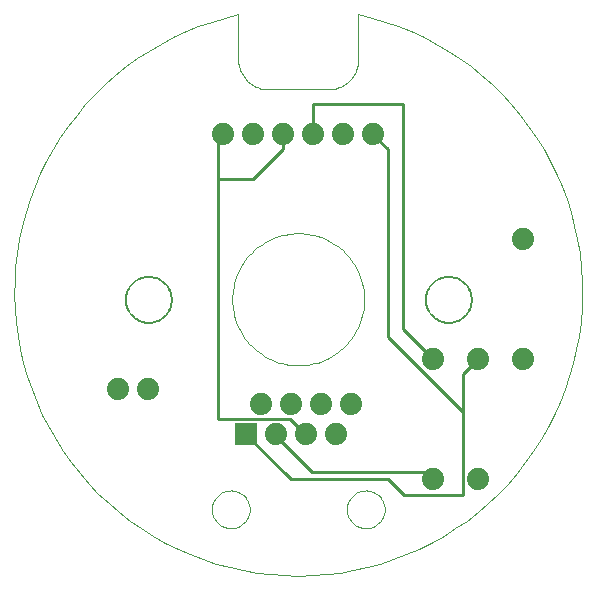
<source format=gtl>
G75*
G70*
%OFA0B0*%
%FSLAX24Y24*%
%IPPOS*%
%LPD*%
%AMOC8*
5,1,8,0,0,1.08239X$1,22.5*
%
%ADD10C,0.0010*%
%ADD11C,0.0000*%
%ADD12C,0.0740*%
%ADD13R,0.0740X0.0740*%
%ADD14C,0.0100*%
D10*
X003797Y011402D02*
X003799Y011458D01*
X003805Y011513D01*
X003815Y011568D01*
X003829Y011622D01*
X003846Y011675D01*
X003867Y011726D01*
X003892Y011776D01*
X003921Y011824D01*
X003953Y011869D01*
X003988Y011913D01*
X004025Y011954D01*
X004066Y011991D01*
X004110Y012026D01*
X004155Y012058D01*
X004203Y012087D01*
X004253Y012112D01*
X004304Y012133D01*
X004357Y012150D01*
X004411Y012164D01*
X004466Y012174D01*
X004521Y012180D01*
X004577Y012182D01*
X004633Y012180D01*
X004688Y012174D01*
X004743Y012164D01*
X004797Y012150D01*
X004850Y012133D01*
X004901Y012112D01*
X004951Y012087D01*
X004999Y012058D01*
X005044Y012026D01*
X005088Y011991D01*
X005129Y011954D01*
X005166Y011913D01*
X005201Y011869D01*
X005233Y011824D01*
X005262Y011776D01*
X005287Y011726D01*
X005308Y011675D01*
X005325Y011622D01*
X005339Y011568D01*
X005349Y011513D01*
X005355Y011458D01*
X005357Y011402D01*
X005355Y011346D01*
X005349Y011291D01*
X005339Y011236D01*
X005325Y011182D01*
X005308Y011129D01*
X005287Y011078D01*
X005262Y011028D01*
X005233Y010980D01*
X005201Y010935D01*
X005166Y010891D01*
X005129Y010850D01*
X005088Y010813D01*
X005044Y010778D01*
X004999Y010746D01*
X004951Y010717D01*
X004901Y010692D01*
X004850Y010671D01*
X004797Y010654D01*
X004743Y010640D01*
X004688Y010630D01*
X004633Y010624D01*
X004577Y010622D01*
X004521Y010624D01*
X004466Y010630D01*
X004411Y010640D01*
X004357Y010654D01*
X004304Y010671D01*
X004253Y010692D01*
X004203Y010717D01*
X004155Y010746D01*
X004110Y010778D01*
X004066Y010813D01*
X004025Y010850D01*
X003988Y010891D01*
X003953Y010935D01*
X003921Y010980D01*
X003892Y011028D01*
X003867Y011078D01*
X003846Y011129D01*
X003829Y011182D01*
X003815Y011236D01*
X003805Y011291D01*
X003799Y011346D01*
X003797Y011402D01*
X007377Y011402D02*
X007380Y011510D01*
X007388Y011618D01*
X007401Y011725D01*
X007419Y011831D01*
X007443Y011937D01*
X007472Y012041D01*
X007506Y012143D01*
X007544Y012244D01*
X007588Y012343D01*
X007637Y012439D01*
X007690Y012533D01*
X007748Y012624D01*
X007810Y012713D01*
X007876Y012798D01*
X007947Y012879D01*
X008021Y012958D01*
X008100Y013032D01*
X008181Y013103D01*
X008266Y013169D01*
X008355Y013231D01*
X008446Y013289D01*
X008540Y013342D01*
X008636Y013391D01*
X008735Y013435D01*
X008836Y013473D01*
X008938Y013507D01*
X009042Y013536D01*
X009148Y013560D01*
X009254Y013578D01*
X009361Y013591D01*
X009469Y013599D01*
X009577Y013602D01*
X009685Y013599D01*
X009793Y013591D01*
X009900Y013578D01*
X010006Y013560D01*
X010112Y013536D01*
X010216Y013507D01*
X010318Y013473D01*
X010419Y013435D01*
X010518Y013391D01*
X010614Y013342D01*
X010708Y013289D01*
X010799Y013231D01*
X010888Y013169D01*
X010973Y013103D01*
X011054Y013032D01*
X011133Y012958D01*
X011207Y012879D01*
X011278Y012798D01*
X011344Y012713D01*
X011406Y012624D01*
X011464Y012533D01*
X011517Y012439D01*
X011566Y012343D01*
X011610Y012244D01*
X011648Y012143D01*
X011682Y012041D01*
X011711Y011937D01*
X011735Y011831D01*
X011753Y011725D01*
X011766Y011618D01*
X011774Y011510D01*
X011777Y011402D01*
X011774Y011294D01*
X011766Y011186D01*
X011753Y011079D01*
X011735Y010973D01*
X011711Y010867D01*
X011682Y010763D01*
X011648Y010661D01*
X011610Y010560D01*
X011566Y010461D01*
X011517Y010365D01*
X011464Y010271D01*
X011406Y010180D01*
X011344Y010091D01*
X011278Y010006D01*
X011207Y009925D01*
X011133Y009846D01*
X011054Y009772D01*
X010973Y009701D01*
X010888Y009635D01*
X010799Y009573D01*
X010708Y009515D01*
X010614Y009462D01*
X010518Y009413D01*
X010419Y009369D01*
X010318Y009331D01*
X010216Y009297D01*
X010112Y009268D01*
X010006Y009244D01*
X009900Y009226D01*
X009793Y009213D01*
X009685Y009205D01*
X009577Y009202D01*
X009469Y009205D01*
X009361Y009213D01*
X009254Y009226D01*
X009148Y009244D01*
X009042Y009268D01*
X008938Y009297D01*
X008836Y009331D01*
X008735Y009369D01*
X008636Y009413D01*
X008540Y009462D01*
X008446Y009515D01*
X008355Y009573D01*
X008266Y009635D01*
X008181Y009701D01*
X008100Y009772D01*
X008021Y009846D01*
X007947Y009925D01*
X007876Y010006D01*
X007810Y010091D01*
X007748Y010180D01*
X007690Y010271D01*
X007637Y010365D01*
X007588Y010461D01*
X007544Y010560D01*
X007506Y010661D01*
X007472Y010763D01*
X007443Y010867D01*
X007419Y010973D01*
X007401Y011079D01*
X007388Y011186D01*
X007380Y011294D01*
X007377Y011402D01*
X007577Y020902D02*
X007128Y020794D01*
X006685Y020663D01*
X006249Y020511D01*
X005820Y020338D01*
X005401Y020145D01*
X004992Y019931D01*
X004593Y019697D01*
X004206Y019445D01*
X003833Y019173D01*
X003473Y018884D01*
X003127Y018578D01*
X002797Y018255D01*
X002483Y017916D01*
X002185Y017562D01*
X001906Y017195D01*
X001645Y016814D01*
X001402Y016421D01*
X001179Y016016D01*
X000976Y015601D01*
X000794Y015177D01*
X000632Y014744D01*
X000492Y014304D01*
X000374Y013858D01*
X000277Y013406D01*
X000202Y012950D01*
X000150Y012491D01*
X000121Y012030D01*
X000113Y011568D01*
X000129Y011107D01*
X000167Y010646D01*
X000227Y010188D01*
X000309Y009734D01*
X000414Y009284D01*
X000541Y008840D01*
X000688Y008402D01*
X000858Y007972D01*
X001048Y007551D01*
X001258Y007140D01*
X001488Y006739D01*
X001737Y006351D01*
X002005Y005974D01*
X002291Y005612D01*
X002595Y005263D01*
X002915Y004930D01*
X003251Y004613D01*
X003601Y004313D01*
X003967Y004030D01*
X004345Y003766D01*
X004736Y003520D01*
X005139Y003293D01*
X005552Y003087D01*
X005975Y002900D01*
X006406Y002735D01*
X006845Y002591D01*
X007290Y002468D01*
X007741Y002368D01*
X008196Y002289D01*
X008655Y002233D01*
X009115Y002199D01*
X009577Y002188D01*
X010039Y002199D01*
X010499Y002233D01*
X010958Y002289D01*
X011413Y002368D01*
X011864Y002468D01*
X012309Y002591D01*
X012748Y002735D01*
X013179Y002900D01*
X013602Y003087D01*
X014015Y003293D01*
X014418Y003520D01*
X014809Y003766D01*
X015187Y004030D01*
X015553Y004313D01*
X015903Y004613D01*
X016239Y004930D01*
X016559Y005263D01*
X016863Y005612D01*
X017149Y005974D01*
X017417Y006351D01*
X017666Y006739D01*
X017896Y007140D01*
X018106Y007551D01*
X018296Y007972D01*
X018466Y008402D01*
X018613Y008840D01*
X018740Y009284D01*
X018845Y009734D01*
X018927Y010188D01*
X018987Y010646D01*
X019025Y011107D01*
X019041Y011568D01*
X019033Y012030D01*
X019004Y012491D01*
X018952Y012950D01*
X018877Y013406D01*
X018780Y013858D01*
X018662Y014304D01*
X018522Y014744D01*
X018360Y015177D01*
X018178Y015601D01*
X017975Y016016D01*
X017752Y016421D01*
X017509Y016814D01*
X017248Y017195D01*
X016969Y017562D01*
X016671Y017916D01*
X016357Y018255D01*
X016027Y018578D01*
X015681Y018884D01*
X015321Y019173D01*
X014948Y019445D01*
X014561Y019697D01*
X014162Y019931D01*
X013753Y020145D01*
X013334Y020338D01*
X012905Y020511D01*
X012469Y020663D01*
X012026Y020794D01*
X011577Y020902D01*
X011577Y019402D01*
X011575Y019342D01*
X011570Y019281D01*
X011561Y019222D01*
X011548Y019163D01*
X011532Y019104D01*
X011512Y019047D01*
X011489Y018992D01*
X011462Y018937D01*
X011433Y018885D01*
X011400Y018834D01*
X011364Y018785D01*
X011326Y018739D01*
X011284Y018695D01*
X011240Y018653D01*
X011194Y018615D01*
X011145Y018579D01*
X011094Y018546D01*
X011042Y018517D01*
X010987Y018490D01*
X010932Y018467D01*
X010875Y018447D01*
X010816Y018431D01*
X010757Y018418D01*
X010698Y018409D01*
X010637Y018404D01*
X010577Y018402D01*
X008577Y018402D01*
X008517Y018404D01*
X008456Y018409D01*
X008397Y018418D01*
X008338Y018431D01*
X008279Y018447D01*
X008222Y018467D01*
X008167Y018490D01*
X008112Y018517D01*
X008060Y018546D01*
X008009Y018579D01*
X007960Y018615D01*
X007914Y018653D01*
X007870Y018695D01*
X007828Y018739D01*
X007790Y018785D01*
X007754Y018834D01*
X007721Y018885D01*
X007692Y018937D01*
X007665Y018992D01*
X007642Y019047D01*
X007622Y019104D01*
X007606Y019163D01*
X007593Y019222D01*
X007584Y019281D01*
X007579Y019342D01*
X007577Y019402D01*
X007577Y020902D01*
X013797Y011402D02*
X013799Y011458D01*
X013805Y011513D01*
X013815Y011568D01*
X013829Y011622D01*
X013846Y011675D01*
X013867Y011726D01*
X013892Y011776D01*
X013921Y011824D01*
X013953Y011869D01*
X013988Y011913D01*
X014025Y011954D01*
X014066Y011991D01*
X014110Y012026D01*
X014155Y012058D01*
X014203Y012087D01*
X014253Y012112D01*
X014304Y012133D01*
X014357Y012150D01*
X014411Y012164D01*
X014466Y012174D01*
X014521Y012180D01*
X014577Y012182D01*
X014633Y012180D01*
X014688Y012174D01*
X014743Y012164D01*
X014797Y012150D01*
X014850Y012133D01*
X014901Y012112D01*
X014951Y012087D01*
X014999Y012058D01*
X015044Y012026D01*
X015088Y011991D01*
X015129Y011954D01*
X015166Y011913D01*
X015201Y011869D01*
X015233Y011824D01*
X015262Y011776D01*
X015287Y011726D01*
X015308Y011675D01*
X015325Y011622D01*
X015339Y011568D01*
X015349Y011513D01*
X015355Y011458D01*
X015357Y011402D01*
X015355Y011346D01*
X015349Y011291D01*
X015339Y011236D01*
X015325Y011182D01*
X015308Y011129D01*
X015287Y011078D01*
X015262Y011028D01*
X015233Y010980D01*
X015201Y010935D01*
X015166Y010891D01*
X015129Y010850D01*
X015088Y010813D01*
X015044Y010778D01*
X014999Y010746D01*
X014951Y010717D01*
X014901Y010692D01*
X014850Y010671D01*
X014797Y010654D01*
X014743Y010640D01*
X014688Y010630D01*
X014633Y010624D01*
X014577Y010622D01*
X014521Y010624D01*
X014466Y010630D01*
X014411Y010640D01*
X014357Y010654D01*
X014304Y010671D01*
X014253Y010692D01*
X014203Y010717D01*
X014155Y010746D01*
X014110Y010778D01*
X014066Y010813D01*
X014025Y010850D01*
X013988Y010891D01*
X013953Y010935D01*
X013921Y010980D01*
X013892Y011028D01*
X013867Y011078D01*
X013846Y011129D01*
X013829Y011182D01*
X013815Y011236D01*
X013805Y011291D01*
X013799Y011346D01*
X013797Y011402D01*
D11*
X013827Y011402D02*
X013829Y011456D01*
X013835Y011510D01*
X013845Y011563D01*
X013858Y011616D01*
X013875Y011667D01*
X013896Y011717D01*
X013921Y011765D01*
X013949Y011812D01*
X013980Y011856D01*
X014014Y011898D01*
X014051Y011937D01*
X014091Y011974D01*
X014134Y012007D01*
X014179Y012038D01*
X014226Y012065D01*
X014274Y012088D01*
X014325Y012108D01*
X014376Y012125D01*
X014429Y012137D01*
X014482Y012146D01*
X014536Y012151D01*
X014591Y012152D01*
X014645Y012149D01*
X014698Y012142D01*
X014751Y012131D01*
X014804Y012117D01*
X014855Y012099D01*
X014904Y012077D01*
X014952Y012052D01*
X014998Y012023D01*
X015042Y011991D01*
X015083Y011956D01*
X015121Y011918D01*
X015157Y011877D01*
X015190Y011834D01*
X015220Y011789D01*
X015246Y011741D01*
X015269Y011692D01*
X015288Y011641D01*
X015303Y011590D01*
X015315Y011537D01*
X015323Y011483D01*
X015327Y011429D01*
X015327Y011375D01*
X015323Y011321D01*
X015315Y011267D01*
X015303Y011214D01*
X015288Y011163D01*
X015269Y011112D01*
X015246Y011063D01*
X015220Y011015D01*
X015190Y010970D01*
X015157Y010927D01*
X015121Y010886D01*
X015083Y010848D01*
X015042Y010813D01*
X014998Y010781D01*
X014952Y010752D01*
X014904Y010727D01*
X014855Y010705D01*
X014804Y010687D01*
X014751Y010673D01*
X014698Y010662D01*
X014645Y010655D01*
X014591Y010652D01*
X014536Y010653D01*
X014482Y010658D01*
X014429Y010667D01*
X014376Y010679D01*
X014325Y010696D01*
X014274Y010716D01*
X014226Y010739D01*
X014179Y010766D01*
X014134Y010797D01*
X014091Y010830D01*
X014051Y010867D01*
X014014Y010906D01*
X013980Y010948D01*
X013949Y010992D01*
X013921Y011039D01*
X013896Y011087D01*
X013875Y011137D01*
X013858Y011188D01*
X013845Y011241D01*
X013835Y011294D01*
X013829Y011348D01*
X013827Y011402D01*
X011197Y004402D02*
X011199Y004452D01*
X011205Y004502D01*
X011215Y004551D01*
X011229Y004599D01*
X011246Y004646D01*
X011267Y004691D01*
X011292Y004735D01*
X011320Y004776D01*
X011352Y004815D01*
X011386Y004852D01*
X011423Y004886D01*
X011463Y004916D01*
X011505Y004943D01*
X011549Y004967D01*
X011595Y004988D01*
X011642Y005004D01*
X011690Y005017D01*
X011740Y005026D01*
X011789Y005031D01*
X011840Y005032D01*
X011890Y005029D01*
X011939Y005022D01*
X011988Y005011D01*
X012036Y004996D01*
X012082Y004978D01*
X012127Y004956D01*
X012170Y004930D01*
X012211Y004901D01*
X012250Y004869D01*
X012286Y004834D01*
X012318Y004796D01*
X012348Y004756D01*
X012375Y004713D01*
X012398Y004669D01*
X012417Y004623D01*
X012433Y004575D01*
X012445Y004526D01*
X012453Y004477D01*
X012457Y004427D01*
X012457Y004377D01*
X012453Y004327D01*
X012445Y004278D01*
X012433Y004229D01*
X012417Y004181D01*
X012398Y004135D01*
X012375Y004091D01*
X012348Y004048D01*
X012318Y004008D01*
X012286Y003970D01*
X012250Y003935D01*
X012211Y003903D01*
X012170Y003874D01*
X012127Y003848D01*
X012082Y003826D01*
X012036Y003808D01*
X011988Y003793D01*
X011939Y003782D01*
X011890Y003775D01*
X011840Y003772D01*
X011789Y003773D01*
X011740Y003778D01*
X011690Y003787D01*
X011642Y003800D01*
X011595Y003816D01*
X011549Y003837D01*
X011505Y003861D01*
X011463Y003888D01*
X011423Y003918D01*
X011386Y003952D01*
X011352Y003989D01*
X011320Y004028D01*
X011292Y004069D01*
X011267Y004113D01*
X011246Y004158D01*
X011229Y004205D01*
X011215Y004253D01*
X011205Y004302D01*
X011199Y004352D01*
X011197Y004402D01*
X006697Y004402D02*
X006699Y004452D01*
X006705Y004502D01*
X006715Y004551D01*
X006729Y004599D01*
X006746Y004646D01*
X006767Y004691D01*
X006792Y004735D01*
X006820Y004776D01*
X006852Y004815D01*
X006886Y004852D01*
X006923Y004886D01*
X006963Y004916D01*
X007005Y004943D01*
X007049Y004967D01*
X007095Y004988D01*
X007142Y005004D01*
X007190Y005017D01*
X007240Y005026D01*
X007289Y005031D01*
X007340Y005032D01*
X007390Y005029D01*
X007439Y005022D01*
X007488Y005011D01*
X007536Y004996D01*
X007582Y004978D01*
X007627Y004956D01*
X007670Y004930D01*
X007711Y004901D01*
X007750Y004869D01*
X007786Y004834D01*
X007818Y004796D01*
X007848Y004756D01*
X007875Y004713D01*
X007898Y004669D01*
X007917Y004623D01*
X007933Y004575D01*
X007945Y004526D01*
X007953Y004477D01*
X007957Y004427D01*
X007957Y004377D01*
X007953Y004327D01*
X007945Y004278D01*
X007933Y004229D01*
X007917Y004181D01*
X007898Y004135D01*
X007875Y004091D01*
X007848Y004048D01*
X007818Y004008D01*
X007786Y003970D01*
X007750Y003935D01*
X007711Y003903D01*
X007670Y003874D01*
X007627Y003848D01*
X007582Y003826D01*
X007536Y003808D01*
X007488Y003793D01*
X007439Y003782D01*
X007390Y003775D01*
X007340Y003772D01*
X007289Y003773D01*
X007240Y003778D01*
X007190Y003787D01*
X007142Y003800D01*
X007095Y003816D01*
X007049Y003837D01*
X007005Y003861D01*
X006963Y003888D01*
X006923Y003918D01*
X006886Y003952D01*
X006852Y003989D01*
X006820Y004028D01*
X006792Y004069D01*
X006767Y004113D01*
X006746Y004158D01*
X006729Y004205D01*
X006715Y004253D01*
X006705Y004302D01*
X006699Y004352D01*
X006697Y004402D01*
X003827Y011402D02*
X003829Y011456D01*
X003835Y011510D01*
X003845Y011563D01*
X003858Y011616D01*
X003875Y011667D01*
X003896Y011717D01*
X003921Y011765D01*
X003949Y011812D01*
X003980Y011856D01*
X004014Y011898D01*
X004051Y011937D01*
X004091Y011974D01*
X004134Y012007D01*
X004179Y012038D01*
X004226Y012065D01*
X004274Y012088D01*
X004325Y012108D01*
X004376Y012125D01*
X004429Y012137D01*
X004482Y012146D01*
X004536Y012151D01*
X004591Y012152D01*
X004645Y012149D01*
X004698Y012142D01*
X004751Y012131D01*
X004804Y012117D01*
X004855Y012099D01*
X004904Y012077D01*
X004952Y012052D01*
X004998Y012023D01*
X005042Y011991D01*
X005083Y011956D01*
X005121Y011918D01*
X005157Y011877D01*
X005190Y011834D01*
X005220Y011789D01*
X005246Y011741D01*
X005269Y011692D01*
X005288Y011641D01*
X005303Y011590D01*
X005315Y011537D01*
X005323Y011483D01*
X005327Y011429D01*
X005327Y011375D01*
X005323Y011321D01*
X005315Y011267D01*
X005303Y011214D01*
X005288Y011163D01*
X005269Y011112D01*
X005246Y011063D01*
X005220Y011015D01*
X005190Y010970D01*
X005157Y010927D01*
X005121Y010886D01*
X005083Y010848D01*
X005042Y010813D01*
X004998Y010781D01*
X004952Y010752D01*
X004904Y010727D01*
X004855Y010705D01*
X004804Y010687D01*
X004751Y010673D01*
X004698Y010662D01*
X004645Y010655D01*
X004591Y010652D01*
X004536Y010653D01*
X004482Y010658D01*
X004429Y010667D01*
X004376Y010679D01*
X004325Y010696D01*
X004274Y010716D01*
X004226Y010739D01*
X004179Y010766D01*
X004134Y010797D01*
X004091Y010830D01*
X004051Y010867D01*
X004014Y010906D01*
X003980Y010948D01*
X003949Y010992D01*
X003921Y011039D01*
X003896Y011087D01*
X003875Y011137D01*
X003858Y011188D01*
X003845Y011241D01*
X003835Y011294D01*
X003829Y011348D01*
X003827Y011402D01*
D12*
X003577Y008402D03*
X004577Y008402D03*
X008327Y007902D03*
X009327Y007902D03*
X010327Y007902D03*
X009827Y006902D03*
X008827Y006902D03*
X010827Y006902D03*
X011327Y007902D03*
X014077Y009402D03*
X015577Y009402D03*
X017077Y009402D03*
X017077Y013402D03*
X012077Y016902D03*
X011077Y016902D03*
X010077Y016902D03*
X009077Y016902D03*
X008077Y016902D03*
X007077Y016902D03*
X014077Y005402D03*
X015577Y005402D03*
D13*
X007827Y006902D03*
D14*
X006917Y007402D02*
X006917Y015402D01*
X008077Y015402D01*
X009077Y016402D01*
X009077Y016902D01*
X009077Y016882D01*
X010077Y016902D02*
X010077Y017902D01*
X013077Y017902D01*
X013077Y010402D01*
X014077Y009402D01*
X015077Y008902D02*
X015577Y009402D01*
X015077Y008902D02*
X015077Y007642D01*
X012557Y010162D01*
X012557Y016402D01*
X012077Y016882D01*
X012077Y016902D01*
X007077Y016902D02*
X007037Y016882D01*
X006917Y016762D01*
X006917Y015402D01*
X006917Y007402D02*
X009317Y007402D01*
X009797Y006922D01*
X009827Y006902D01*
X008837Y006862D02*
X008827Y006902D01*
X008837Y006862D02*
X010037Y005662D01*
X014057Y005662D01*
X014057Y005422D01*
X014077Y005402D01*
X013877Y004882D02*
X013097Y004882D01*
X012577Y005402D01*
X009337Y005402D01*
X009257Y005482D01*
X007877Y006862D01*
X007827Y006902D01*
X013877Y004882D02*
X015077Y004882D01*
X015077Y007642D01*
M02*

</source>
